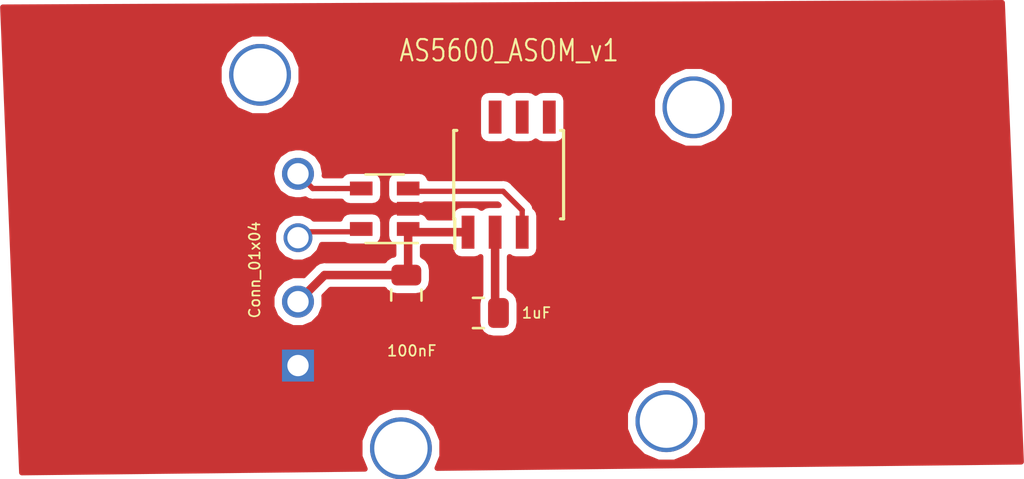
<source format=kicad_pcb>
(kicad_pcb (version 20171130) (host pcbnew "(5.0.0)")

  (general
    (thickness 1.6)
    (drawings 0)
    (tracks 20)
    (zones 0)
    (modules 9)
    (nets 7)
  )

  (page A4)
  (layers
    (0 F.Cu signal)
    (31 B.Cu signal)
    (32 B.Adhes user)
    (33 F.Adhes user)
    (34 B.Paste user)
    (35 F.Paste user)
    (36 B.SilkS user)
    (37 F.SilkS user)
    (38 B.Mask user)
    (39 F.Mask user)
    (40 Dwgs.User user)
    (41 Cmts.User user)
    (42 Eco1.User user)
    (43 Eco2.User user)
    (44 Edge.Cuts user)
    (45 Margin user)
    (46 B.CrtYd user hide)
    (47 F.CrtYd user)
    (48 B.Fab user hide)
    (49 F.Fab user hide)
  )

  (setup
    (last_trace_width 0.4)
    (trace_clearance 0.3)
    (zone_clearance 0.35)
    (zone_45_only no)
    (trace_min 0.2)
    (segment_width 0.2)
    (edge_width 0.1)
    (via_size 0.8)
    (via_drill 0.4)
    (via_min_size 0.4)
    (via_min_drill 0.3)
    (uvia_size 0.3)
    (uvia_drill 0.1)
    (uvias_allowed no)
    (uvia_min_size 0.2)
    (uvia_min_drill 0.1)
    (pcb_text_width 0.3)
    (pcb_text_size 1.5 1.5)
    (mod_edge_width 0.15)
    (mod_text_size 1 1)
    (mod_text_width 0.15)
    (pad_size 1.5 1.5)
    (pad_drill 1)
    (pad_to_mask_clearance 0.2)
    (aux_axis_origin 0 0)
    (grid_origin 152 59)
    (visible_elements 7FFFFFFF)
    (pcbplotparams
      (layerselection 0x010f0_ffffffff)
      (usegerberextensions true)
      (usegerberattributes false)
      (usegerberadvancedattributes false)
      (creategerberjobfile false)
      (excludeedgelayer true)
      (linewidth 0.100000)
      (plotframeref false)
      (viasonmask false)
      (mode 1)
      (useauxorigin false)
      (hpglpennumber 1)
      (hpglpenspeed 20)
      (hpglpendiameter 15.000000)
      (psnegative false)
      (psa4output false)
      (plotreference true)
      (plotvalue true)
      (plotinvisibletext false)
      (padsonsilk false)
      (subtractmaskfromsilk false)
      (outputformat 1)
      (mirror false)
      (drillshape 0)
      (scaleselection 1)
      (outputdirectory "gerber/"))
  )

  (net 0 "")
  (net 1 +5V)
  (net 2 GND)
  (net 3 "Net-(C2-Pad1)")
  (net 4 SDA)
  (net 5 SCL)
  (net 6 ANALOG)

  (net_class Default "This is the default net class."
    (clearance 0.3)
    (trace_width 0.4)
    (via_dia 0.8)
    (via_drill 0.4)
    (uvia_dia 0.3)
    (uvia_drill 0.1)
    (add_net +5V)
    (add_net GND)
    (add_net "Net-(C2-Pad1)")
  )

  (net_class ANALOG ""
    (clearance 0.3)
    (trace_width 0.25)
    (via_dia 0.8)
    (via_drill 0.4)
    (uvia_dia 0.3)
    (uvia_drill 0.1)
    (add_net ANALOG)
    (add_net SCL)
    (add_net SDA)
  )

  (module Capacitor_SMD:C_0805_2012Metric (layer F.Cu) (tedit 5C155EB2) (tstamp 5C97314B)
    (at 167.0645 82.114 180)
    (descr "Capacitor SMD 0805 (2012 Metric), square (rectangular) end terminal, IPC_7351 nominal, (Body size source: https://docs.google.com/spreadsheets/d/1BsfQQcO9C6DZCsRaXUlFlo91Tg2WpOkGARC1WS5S8t0/edit?usp=sharing), generated with kicad-footprint-generator")
    (tags capacitor)
    (path /5C154617)
    (attr smd)
    (fp_text reference C2 (at 7.9625 8.8 -90) (layer F.Fab) hide
      (effects (font (size 1 1) (thickness 0.15)))
    )
    (fp_text value 1uF (at -2.7155 0) (layer F.SilkS)
      (effects (font (size 0.5 0.5) (thickness 0.08)))
    )
    (fp_line (start -1 0.6) (end -1 -0.6) (layer F.Fab) (width 0.1))
    (fp_line (start -1 -0.6) (end 1 -0.6) (layer F.Fab) (width 0.1))
    (fp_line (start 1 -0.6) (end 1 0.6) (layer F.Fab) (width 0.1))
    (fp_line (start 1 0.6) (end -1 0.6) (layer F.Fab) (width 0.1))
    (fp_line (start -0.258578 -0.71) (end 0.258578 -0.71) (layer F.SilkS) (width 0.12))
    (fp_line (start -0.258578 0.71) (end 0.258578 0.71) (layer F.SilkS) (width 0.12))
    (fp_line (start -1.68 0.95) (end -1.68 -0.95) (layer F.CrtYd) (width 0.05))
    (fp_line (start -1.68 -0.95) (end 1.68 -0.95) (layer F.CrtYd) (width 0.05))
    (fp_line (start 1.68 -0.95) (end 1.68 0.95) (layer F.CrtYd) (width 0.05))
    (fp_line (start 1.68 0.95) (end -1.68 0.95) (layer F.CrtYd) (width 0.05))
    (fp_text user %R (at 6.1625 8.8 180) (layer F.Fab) hide
      (effects (font (size 0.5 0.5) (thickness 0.08)))
    )
    (pad 1 smd roundrect (at -0.9375 0 180) (size 0.975 1.4) (layers F.Cu F.Paste F.Mask) (roundrect_rratio 0.25)
      (net 3 "Net-(C2-Pad1)"))
    (pad 2 smd roundrect (at 0.9375 0 180) (size 0.975 1.4) (layers F.Cu F.Paste F.Mask) (roundrect_rratio 0.25)
      (net 2 GND))
    (model ${KISYS3DMOD}/Capacitor_SMD.3dshapes/C_0805_2012Metric.wrl
      (at (xyz 0 0 0))
      (scale (xyz 1 1 1))
      (rotate (xyz 0 0 0))
    )
  )

  (module Capacitor_SMD:C_0805_2012Metric (layer F.Cu) (tedit 5C155EB6) (tstamp 5C973A31)
    (at 163.684 81.2735 270)
    (descr "Capacitor SMD 0805 (2012 Metric), square (rectangular) end terminal, IPC_7351 nominal, (Body size source: https://docs.google.com/spreadsheets/d/1BsfQQcO9C6DZCsRaXUlFlo91Tg2WpOkGARC1WS5S8t0/edit?usp=sharing), generated with kicad-footprint-generator")
    (tags capacitor)
    (path /5C1544B6)
    (attr smd)
    (fp_text reference C1 (at -6.5375 -9.4 270) (layer F.Fab) hide
      (effects (font (size 1 1) (thickness 0.15)))
    )
    (fp_text value 100nF (at 2.6185 -0.254) (layer F.SilkS)
      (effects (font (size 0.5 0.5) (thickness 0.08)))
    )
    (fp_line (start -1 0.6) (end -1 -0.6) (layer F.Fab) (width 0.1))
    (fp_line (start -1 -0.6) (end 1 -0.6) (layer F.Fab) (width 0.1))
    (fp_line (start 1 -0.6) (end 1 0.6) (layer F.Fab) (width 0.1))
    (fp_line (start 1 0.6) (end -1 0.6) (layer F.Fab) (width 0.1))
    (fp_line (start -0.258578 -0.71) (end 0.258578 -0.71) (layer F.SilkS) (width 0.12))
    (fp_line (start -0.258578 0.71) (end 0.258578 0.71) (layer F.SilkS) (width 0.12))
    (fp_line (start -1.68 0.95) (end -1.68 -0.95) (layer F.CrtYd) (width 0.05))
    (fp_line (start -1.68 -0.95) (end 1.68 -0.95) (layer F.CrtYd) (width 0.05))
    (fp_line (start 1.68 -0.95) (end 1.68 0.95) (layer F.CrtYd) (width 0.05))
    (fp_line (start 1.68 0.95) (end -1.68 0.95) (layer F.CrtYd) (width 0.05))
    (fp_text user %R (at -4.4375 -9.3 270) (layer F.Fab) hide
      (effects (font (size 0.5 0.5) (thickness 0.08)))
    )
    (pad 1 smd roundrect (at -0.9375 0 270) (size 0.975 1.4) (layers F.Cu F.Paste F.Mask) (roundrect_rratio 0.25)
      (net 1 +5V))
    (pad 2 smd roundrect (at 0.9375 0 270) (size 0.975 1.4) (layers F.Cu F.Paste F.Mask) (roundrect_rratio 0.25)
      (net 2 GND))
    (model ${KISYS3DMOD}/Capacitor_SMD.3dshapes/C_0805_2012Metric.wrl
      (at (xyz 0 0 0))
      (scale (xyz 1 1 1))
      (rotate (xyz 0 0 0))
    )
  )

  (module Package_SO:SOIC-8_3.9x4.9mm_P1.27mm locked (layer F.Cu) (tedit 5C156682) (tstamp 5C3B5D1F)
    (at 168.48 75.622 90)
    (descr "8-Lead Plastic Small Outline (SN) - Narrow, 3.90 mm Body [SOIC] (see Microchip Packaging Specification 00000049BS.pdf)")
    (tags "SOIC 1.27")
    (path /5C1543A2)
    (attr smd)
    (fp_text reference U1 (at 0 0.02 90) (layer F.SilkS) hide
      (effects (font (size 1 1) (thickness 0.15)))
    )
    (fp_text value AS5600_ASOM_v1 (at 5.822 0.02 180) (layer F.SilkS)
      (effects (font (size 1 0.8) (thickness 0.1)))
    )
    (fp_line (start -2.075 -2.525) (end -3.475 -2.525) (layer F.SilkS) (width 0.15))
    (fp_line (start -2.075 2.575) (end 2.075 2.575) (layer F.SilkS) (width 0.15))
    (fp_line (start -2.075 -2.575) (end 2.075 -2.575) (layer F.SilkS) (width 0.15))
    (fp_line (start -2.075 2.575) (end -2.075 2.43) (layer F.SilkS) (width 0.15))
    (fp_line (start 2.075 2.575) (end 2.075 2.43) (layer F.SilkS) (width 0.15))
    (fp_line (start 2.075 -2.575) (end 2.075 -2.43) (layer F.SilkS) (width 0.15))
    (fp_line (start -2.075 -2.575) (end -2.075 -2.525) (layer F.SilkS) (width 0.15))
    (fp_line (start -3.73 2.7) (end 3.73 2.7) (layer F.CrtYd) (width 0.05))
    (fp_line (start -3.73 -2.7) (end 3.73 -2.7) (layer F.CrtYd) (width 0.05))
    (fp_line (start 3.73 -2.7) (end 3.73 2.7) (layer F.CrtYd) (width 0.05))
    (fp_line (start -3.73 -2.7) (end -3.73 2.7) (layer F.CrtYd) (width 0.05))
    (fp_line (start -1.95 -1.45) (end -0.95 -2.45) (layer F.Fab) (width 0.1))
    (fp_line (start -1.95 2.45) (end -1.95 -1.45) (layer F.Fab) (width 0.1))
    (fp_line (start 1.95 2.45) (end -1.95 2.45) (layer F.Fab) (width 0.1))
    (fp_line (start 1.95 -2.45) (end 1.95 2.45) (layer F.Fab) (width 0.1))
    (fp_line (start -0.95 -2.45) (end 1.95 -2.45) (layer F.Fab) (width 0.1))
    (fp_text user %R (at 0 0 90) (layer F.Fab) hide
      (effects (font (size 1 1) (thickness 0.15)))
    )
    (pad 8 smd rect (at 2.7 -1.905 90) (size 1.55 0.6) (layers F.Cu F.Paste F.Mask)
      (net 2 GND))
    (pad 7 smd rect (at 2.7 -0.635 90) (size 1.55 0.6) (layers F.Cu F.Paste F.Mask))
    (pad 6 smd rect (at 2.7 0.635 90) (size 1.55 0.6) (layers F.Cu F.Paste F.Mask))
    (pad 5 smd rect (at 2.7 1.905 90) (size 1.55 0.6) (layers F.Cu F.Paste F.Mask))
    (pad 4 smd rect (at -2.7 1.905 90) (size 1.55 0.6) (layers F.Cu F.Paste F.Mask)
      (net 2 GND))
    (pad 3 smd rect (at -2.7 0.635 90) (size 1.55 0.6) (layers F.Cu F.Paste F.Mask)
      (net 6 ANALOG))
    (pad 2 smd rect (at -2.7 -0.635 90) (size 1.55 0.6) (layers F.Cu F.Paste F.Mask)
      (net 3 "Net-(C2-Pad1)"))
    (pad 1 smd rect (at -2.7 -1.905 90) (size 1.55 0.6) (layers F.Cu F.Paste F.Mask)
      (net 1 +5V))
    (model ${KISYS3DMOD}/Package_SO.3dshapes/SOIC-8_3.9x4.9mm_P1.27mm.wrl
      (at (xyz 0 0 0))
      (scale (xyz 1 1 1))
      (rotate (xyz 0 0 0))
    )
  )

  (module modular_segment_PCB_footprints:MountingHole_2.5mm_Pad (layer F.Cu) (tedit 5C15519B) (tstamp 5C3B5EED)
    (at 177.146 72.462)
    (descr "Mounting Hole 2.5mm")
    (tags "mounting hole 2.5mm")
    (attr virtual)
    (fp_text reference "2.5mm " (at 0.1 -2.18) (layer F.SilkS) hide
      (effects (font (size 1 1) (thickness 0.15)))
    )
    (fp_text value Hole_TR (at 0 2.34) (layer F.Fab) hide
      (effects (font (size 1 1) (thickness 0.15)))
    )
    (pad "" np_thru_hole circle (at 0 0) (size 2.9 2.9) (drill 2.5) (layers *.Cu *.Mask))
  )

  (module modular_segment_PCB_footprints:MountingHole_2.5mm_Pad (layer F.Cu) (tedit 5C1551A3) (tstamp 5C3B6076)
    (at 156.826 70.938)
    (descr "Mounting Hole 2.5mm")
    (tags "mounting hole 2.5mm")
    (attr virtual)
    (fp_text reference "2.5mm " (at 0.1 -2.18) (layer F.SilkS) hide
      (effects (font (size 1 1) (thickness 0.15)))
    )
    (fp_text value Hole_TL (at 0 2.34) (layer F.Fab) hide
      (effects (font (size 1 1) (thickness 0.15)))
    )
    (pad "" np_thru_hole circle (at 0 0) (size 2.9 2.9) (drill 2.5) (layers *.Cu *.Mask))
  )

  (module modular_segment_PCB_footprints:MountingHole_2.5mm_Pad (layer F.Cu) (tedit 5C15518E) (tstamp 5C3B609F)
    (at 163.43 88.464)
    (descr "Mounting Hole 2.5mm")
    (tags "mounting hole 2.5mm")
    (attr virtual)
    (fp_text reference "2.5mm " (at 0.1 -2.18) (layer F.SilkS) hide
      (effects (font (size 1 1) (thickness 0.15)))
    )
    (fp_text value Hole_BL (at 0 2.34) (layer F.Fab) hide
      (effects (font (size 1 1) (thickness 0.15)))
    )
    (pad "" np_thru_hole circle (at 0 0) (size 2.9 2.9) (drill 2.5) (layers *.Cu *.Mask))
  )

  (module modular_segment_PCB_footprints:MountingHole_2.5mm_Pad (layer F.Cu) (tedit 5C70959B) (tstamp 5C3B5F2B)
    (at 175.876 87.194)
    (descr "Mounting Hole 2.5mm")
    (tags "mounting hole 2.5mm")
    (attr virtual)
    (fp_text reference "2.5mm " (at 0.1 -2.18) (layer F.SilkS) hide
      (effects (font (size 1 1) (thickness 0.15)))
    )
    (fp_text value Hole_BR (at 0 2.34) (layer F.Fab) hide
      (effects (font (size 1 1) (thickness 0.15)))
    )
    (pad "" np_thru_hole circle (at 0 0) (size 2.9 2.9) (drill 2.5) (layers *.Cu *.Mask))
  )

  (module modular_segment_PCB_footprints:EthernetWireConnectors_1x04_P2.00mm_1mmDiam (layer F.Cu) (tedit 5C708E0F) (tstamp 5C97247C)
    (at 158.604 80.082 90)
    (path /5C155E4C)
    (fp_text reference J1 (at 0.05 3.12 90) (layer F.Fab) hide
      (effects (font (size 1 1) (thickness 0.15)))
    )
    (fp_text value Conn_01x04 (at -0.01 -2.032 270) (layer F.SilkS)
      (effects (font (size 0.5 0.5) (thickness 0.08)))
    )
    (fp_line (start -5.5 -1.15) (end -5.5 1.15) (layer F.CrtYd) (width 0.05))
    (fp_line (start 5.500004 -1.15) (end -5.500005 -1.15) (layer F.CrtYd) (width 0.05))
    (fp_line (start 5.5 1.15) (end 5.5 -1.15) (layer F.CrtYd) (width 0.05))
    (fp_line (start -5.500021 1.15) (end 5.5 1.15) (layer F.CrtYd) (width 0.05))
    (pad 4 thru_hole oval (at 4.5 0 180) (size 1.5 1.5) (drill 1) (layers *.Cu *.Mask)
      (net 4 SDA))
    (pad 3 thru_hole circle (at 1.5 0 180) (size 1.35 1.35) (drill 1) (layers *.Cu *.Mask)
      (net 5 SCL))
    (pad 2 thru_hole circle (at -1.5 0 180) (size 1.5 1.5) (drill 1) (layers *.Cu *.Mask)
      (net 1 +5V))
    (pad 1 thru_hole rect (at -4.5 0 180) (size 1.5 1.5) (drill 1) (layers *.Cu *.Mask)
      (net 2 GND))
  )

  (module Package_TO_SOT_SMD:SOT-23-5 (layer F.Cu) (tedit 5C7095EA) (tstamp 5C971A48)
    (at 162.668 77.222 180)
    (descr "5-pin SOT23 package")
    (tags SOT-23-5)
    (path /5C70752F)
    (attr smd)
    (fp_text reference U2 (at 0.17 2.606 180) (layer F.SilkS) hide
      (effects (font (size 1 1) (thickness 0.15)))
    )
    (fp_text value MCP3221 (at 0 2.9 180) (layer F.Fab)
      (effects (font (size 1 1) (thickness 0.15)))
    )
    (fp_text user %R (at 0 0 270) (layer F.Fab)
      (effects (font (size 0.5 0.5) (thickness 0.075)))
    )
    (fp_line (start -0.9 1.61) (end 0.9 1.61) (layer F.SilkS) (width 0.12))
    (fp_line (start 0.9 -1.61) (end -1.55 -1.61) (layer F.SilkS) (width 0.12))
    (fp_line (start -1.9 -1.8) (end 1.9 -1.8) (layer F.CrtYd) (width 0.05))
    (fp_line (start 1.9 -1.8) (end 1.9 1.8) (layer F.CrtYd) (width 0.05))
    (fp_line (start 1.9 1.8) (end -1.9 1.8) (layer F.CrtYd) (width 0.05))
    (fp_line (start -1.9 1.8) (end -1.9 -1.8) (layer F.CrtYd) (width 0.05))
    (fp_line (start -0.9 -0.9) (end -0.25 -1.55) (layer F.Fab) (width 0.1))
    (fp_line (start 0.9 -1.55) (end -0.25 -1.55) (layer F.Fab) (width 0.1))
    (fp_line (start -0.9 -0.9) (end -0.9 1.55) (layer F.Fab) (width 0.1))
    (fp_line (start 0.9 1.55) (end -0.9 1.55) (layer F.Fab) (width 0.1))
    (fp_line (start 0.9 -1.55) (end 0.9 1.55) (layer F.Fab) (width 0.1))
    (pad 1 smd rect (at -1.1 -0.95 180) (size 1.06 0.65) (layers F.Cu F.Paste F.Mask)
      (net 1 +5V))
    (pad 2 smd rect (at -1.1 0 180) (size 1.06 0.65) (layers F.Cu F.Paste F.Mask)
      (net 2 GND))
    (pad 3 smd rect (at -1.1 0.95 180) (size 1.06 0.65) (layers F.Cu F.Paste F.Mask)
      (net 6 ANALOG))
    (pad 4 smd rect (at 1.1 0.95 180) (size 1.06 0.65) (layers F.Cu F.Paste F.Mask)
      (net 4 SDA))
    (pad 5 smd rect (at 1.1 -0.95 180) (size 1.06 0.65) (layers F.Cu F.Paste F.Mask)
      (net 5 SCL))
    (model ${KISYS3DMOD}/Package_TO_SOT_SMD.3dshapes/SOT-23-5.wrl
      (at (xyz 0 0 0))
      (scale (xyz 1 1 1))
      (rotate (xyz 0 0 0))
    )
  )

  (segment (start 163.786 78.322) (end 163.768 78.304) (width 0.25) (layer F.Cu) (net 1))
  (segment (start 163.684 78.256) (end 163.768 78.172) (width 0.4) (layer F.Cu) (net 1))
  (segment (start 163.918 78.322) (end 163.768 78.172) (width 0.4) (layer F.Cu) (net 1))
  (segment (start 166.575 78.322) (end 163.918 78.322) (width 0.4) (layer F.Cu) (net 1))
  (segment (start 158.604 81.582) (end 159.088 81.098) (width 0.4) (layer F.Cu) (net 1))
  (segment (start 159.85 80.336) (end 163.684 80.336) (width 0.4) (layer F.Cu) (net 1))
  (segment (start 158.604 81.582) (end 159.85 80.336) (width 0.4) (layer F.Cu) (net 1))
  (segment (start 163.768 80.252) (end 163.684 80.336) (width 0.4) (layer F.Cu) (net 1))
  (segment (start 163.768 78.172) (end 163.768 80.252) (width 0.4) (layer F.Cu) (net 1))
  (segment (start 167.845 81.957) (end 168.002 82.114) (width 0.4) (layer F.Cu) (net 3))
  (segment (start 167.845 78.322) (end 167.845 81.957) (width 0.4) (layer F.Cu) (net 3))
  (segment (start 160.382 76.272) (end 161.568 76.272) (width 0.25) (layer F.Cu) (net 4))
  (segment (start 158.604 75.582) (end 159.294 76.272) (width 0.25) (layer F.Cu) (net 4))
  (segment (start 159.294 76.272) (end 160.382 76.272) (width 0.25) (layer F.Cu) (net 4))
  (segment (start 161.436 78.304) (end 161.568 78.172) (width 0.25) (layer F.Cu) (net 5))
  (segment (start 158.604 78.582) (end 158.882 78.304) (width 0.25) (layer F.Cu) (net 5))
  (segment (start 158.882 78.304) (end 161.436 78.304) (width 0.25) (layer F.Cu) (net 5))
  (segment (start 168.222 76.404) (end 169.115 77.297) (width 0.25) (layer F.Cu) (net 6))
  (segment (start 163.768 76.404) (end 168.222 76.404) (width 0.25) (layer F.Cu) (net 6))
  (segment (start 169.115 77.297) (end 169.115 78.322) (width 0.25) (layer F.Cu) (net 6))

  (zone (net 2) (net_name GND) (layer F.Cu) (tstamp 5C3C408E) (hatch edge 0.508)
    (connect_pads yes (clearance 0.35))
    (min_thickness 0.254)
    (fill yes (arc_segments 16) (thermal_gap 0.508) (thermal_bridge_width 0.508))
    (polygon
      (pts
        (xy 191.74 67.426) (xy 144.634 67.636) (xy 145.534 89.736) (xy 192.64 89.226)
      )
    )
    (filled_polygon
      (pts
        (xy 192.507707 89.100424) (xy 165.129375 89.39684) (xy 165.357 88.847304) (xy 165.357 88.080696) (xy 165.063632 87.372442)
        (xy 164.521558 86.830368) (xy 164.474066 86.810696) (xy 173.949 86.810696) (xy 173.949 87.577304) (xy 174.242368 88.285558)
        (xy 174.784442 88.827632) (xy 175.492696 89.121) (xy 176.259304 89.121) (xy 176.967558 88.827632) (xy 177.509632 88.285558)
        (xy 177.803 87.577304) (xy 177.803 86.810696) (xy 177.509632 86.102442) (xy 176.967558 85.560368) (xy 176.259304 85.267)
        (xy 175.492696 85.267) (xy 174.784442 85.560368) (xy 174.242368 86.102442) (xy 173.949 86.810696) (xy 164.474066 86.810696)
        (xy 163.813304 86.537) (xy 163.046696 86.537) (xy 162.338442 86.830368) (xy 161.796368 87.372442) (xy 161.503 88.080696)
        (xy 161.503 88.847304) (xy 161.745799 89.433473) (xy 145.655879 89.607673) (xy 145.319103 81.337935) (xy 157.377 81.337935)
        (xy 157.377 81.826065) (xy 157.5638 82.277039) (xy 157.908961 82.6222) (xy 158.359935 82.809) (xy 158.848065 82.809)
        (xy 159.299039 82.6222) (xy 159.6442 82.277039) (xy 159.831 81.826065) (xy 159.831 81.337935) (xy 159.823527 81.319894)
        (xy 160.130422 81.013) (xy 162.656034 81.013) (xy 162.711496 81.096004) (xy 162.948355 81.254269) (xy 163.22775 81.309844)
        (xy 164.14025 81.309844) (xy 164.419645 81.254269) (xy 164.656504 81.096004) (xy 164.814769 80.859145) (xy 164.870344 80.57975)
        (xy 164.870344 80.09225) (xy 164.814769 79.812855) (xy 164.656504 79.575996) (xy 164.445 79.434673) (xy 164.445 78.999)
        (xy 165.788656 78.999) (xy 165.788656 79.097) (xy 165.825677 79.283116) (xy 165.931103 79.440897) (xy 166.088884 79.546323)
        (xy 166.275 79.583344) (xy 166.875 79.583344) (xy 167.061116 79.546323) (xy 167.168 79.474905) (xy 167.168001 81.252237)
        (xy 167.083731 81.378355) (xy 167.028156 81.65775) (xy 167.028156 82.57025) (xy 167.083731 82.849645) (xy 167.241996 83.086504)
        (xy 167.478855 83.244769) (xy 167.75825 83.300344) (xy 168.24575 83.300344) (xy 168.525145 83.244769) (xy 168.762004 83.086504)
        (xy 168.920269 82.849645) (xy 168.975844 82.57025) (xy 168.975844 81.65775) (xy 168.920269 81.378355) (xy 168.762004 81.141496)
        (xy 168.525145 80.983231) (xy 168.522 80.982605) (xy 168.522 79.474905) (xy 168.628884 79.546323) (xy 168.815 79.583344)
        (xy 169.415 79.583344) (xy 169.601116 79.546323) (xy 169.758897 79.440897) (xy 169.864323 79.283116) (xy 169.901344 79.097)
        (xy 169.901344 77.547) (xy 169.864323 77.360884) (xy 169.758897 77.203103) (xy 169.702639 77.165512) (xy 169.682071 77.062112)
        (xy 169.601078 76.940897) (xy 169.582601 76.913244) (xy 169.582599 76.913242) (xy 169.549017 76.862983) (xy 169.498758 76.829401)
        (xy 168.689601 76.020245) (xy 168.656017 75.969983) (xy 168.456888 75.836929) (xy 168.281288 75.802) (xy 168.281283 75.802)
        (xy 168.222 75.790208) (xy 168.162717 75.802) (xy 164.755502 75.802) (xy 164.747323 75.760884) (xy 164.641897 75.603103)
        (xy 164.484116 75.497677) (xy 164.298 75.460656) (xy 163.238 75.460656) (xy 163.051884 75.497677) (xy 162.894103 75.603103)
        (xy 162.788677 75.760884) (xy 162.751656 75.947) (xy 162.751656 76.597) (xy 162.788677 76.783116) (xy 162.894103 76.940897)
        (xy 163.051884 77.046323) (xy 163.238 77.083344) (xy 164.298 77.083344) (xy 164.484116 77.046323) (xy 164.544464 77.006)
        (xy 167.972644 77.006) (xy 168.0273 77.060656) (xy 167.545 77.060656) (xy 167.358884 77.097677) (xy 167.21 77.197158)
        (xy 167.061116 77.097677) (xy 166.875 77.060656) (xy 166.275 77.060656) (xy 166.088884 77.097677) (xy 165.931103 77.203103)
        (xy 165.825677 77.360884) (xy 165.788656 77.547) (xy 165.788656 77.645) (xy 164.73671 77.645) (xy 164.641897 77.503103)
        (xy 164.484116 77.397677) (xy 164.298 77.360656) (xy 163.238 77.360656) (xy 163.051884 77.397677) (xy 162.894103 77.503103)
        (xy 162.788677 77.660884) (xy 162.751656 77.847) (xy 162.751656 78.497) (xy 162.788677 78.683116) (xy 162.894103 78.840897)
        (xy 163.051884 78.946323) (xy 163.091 78.954104) (xy 163.091001 79.389357) (xy 162.948355 79.417731) (xy 162.711496 79.575996)
        (xy 162.656034 79.659) (xy 159.916676 79.659) (xy 159.849999 79.645737) (xy 159.783323 79.659) (xy 159.783322 79.659)
        (xy 159.585848 79.69828) (xy 159.36191 79.84791) (xy 159.324138 79.90444) (xy 158.866106 80.362473) (xy 158.848065 80.355)
        (xy 158.359935 80.355) (xy 157.908961 80.5418) (xy 157.5638 80.886961) (xy 157.377 81.337935) (xy 145.319103 81.337935)
        (xy 145.197539 78.352853) (xy 157.452 78.352853) (xy 157.452 78.811147) (xy 157.627382 79.234556) (xy 157.951444 79.558618)
        (xy 158.374853 79.734) (xy 158.833147 79.734) (xy 159.256556 79.558618) (xy 159.580618 79.234556) (xy 159.716711 78.906)
        (xy 160.791536 78.906) (xy 160.851884 78.946323) (xy 161.038 78.983344) (xy 162.098 78.983344) (xy 162.284116 78.946323)
        (xy 162.441897 78.840897) (xy 162.547323 78.683116) (xy 162.584344 78.497) (xy 162.584344 77.847) (xy 162.547323 77.660884)
        (xy 162.441897 77.503103) (xy 162.284116 77.397677) (xy 162.098 77.360656) (xy 161.038 77.360656) (xy 160.851884 77.397677)
        (xy 160.694103 77.503103) (xy 160.588677 77.660884) (xy 160.580498 77.702) (xy 159.353174 77.702) (xy 159.256556 77.605382)
        (xy 158.833147 77.43) (xy 158.374853 77.43) (xy 157.951444 77.605382) (xy 157.627382 77.929444) (xy 157.452 78.352853)
        (xy 145.197539 78.352853) (xy 145.084698 75.582) (xy 157.352962 75.582) (xy 157.448192 76.060752) (xy 157.719383 76.466617)
        (xy 158.125248 76.737808) (xy 158.483153 76.809) (xy 158.724847 76.809) (xy 158.947751 76.764662) (xy 158.97537 76.783116)
        (xy 159.05911 76.83907) (xy 159.059111 76.83907) (xy 159.059112 76.839071) (xy 159.234712 76.874) (xy 159.234716 76.874)
        (xy 159.293999 76.885792) (xy 159.353282 76.874) (xy 160.649404 76.874) (xy 160.694103 76.940897) (xy 160.851884 77.046323)
        (xy 161.038 77.083344) (xy 162.098 77.083344) (xy 162.284116 77.046323) (xy 162.441897 76.940897) (xy 162.547323 76.783116)
        (xy 162.584344 76.597) (xy 162.584344 75.947) (xy 162.547323 75.760884) (xy 162.441897 75.603103) (xy 162.284116 75.497677)
        (xy 162.098 75.460656) (xy 161.038 75.460656) (xy 160.851884 75.497677) (xy 160.694103 75.603103) (xy 160.649404 75.67)
        (xy 159.837534 75.67) (xy 159.855038 75.582) (xy 159.759808 75.103248) (xy 159.488617 74.697383) (xy 159.082752 74.426192)
        (xy 158.724847 74.355) (xy 158.483153 74.355) (xy 158.125248 74.426192) (xy 157.719383 74.697383) (xy 157.448192 75.103248)
        (xy 157.352962 75.582) (xy 145.084698 75.582) (xy 144.879966 70.554696) (xy 154.899 70.554696) (xy 154.899 71.321304)
        (xy 155.192368 72.029558) (xy 155.734442 72.571632) (xy 156.442696 72.865) (xy 157.209304 72.865) (xy 157.917558 72.571632)
        (xy 158.34219 72.147) (xy 167.058656 72.147) (xy 167.058656 73.697) (xy 167.095677 73.883116) (xy 167.201103 74.040897)
        (xy 167.358884 74.146323) (xy 167.545 74.183344) (xy 168.145 74.183344) (xy 168.331116 74.146323) (xy 168.48 74.046842)
        (xy 168.628884 74.146323) (xy 168.815 74.183344) (xy 169.415 74.183344) (xy 169.601116 74.146323) (xy 169.75 74.046842)
        (xy 169.898884 74.146323) (xy 170.085 74.183344) (xy 170.685 74.183344) (xy 170.871116 74.146323) (xy 171.028897 74.040897)
        (xy 171.134323 73.883116) (xy 171.171344 73.697) (xy 171.171344 72.147) (xy 171.157758 72.078696) (xy 175.219 72.078696)
        (xy 175.219 72.845304) (xy 175.512368 73.553558) (xy 176.054442 74.095632) (xy 176.762696 74.389) (xy 177.529304 74.389)
        (xy 178.237558 74.095632) (xy 178.779632 73.553558) (xy 179.073 72.845304) (xy 179.073 72.078696) (xy 178.779632 71.370442)
        (xy 178.237558 70.828368) (xy 177.529304 70.535) (xy 176.762696 70.535) (xy 176.054442 70.828368) (xy 175.512368 71.370442)
        (xy 175.219 72.078696) (xy 171.157758 72.078696) (xy 171.134323 71.960884) (xy 171.028897 71.803103) (xy 170.871116 71.697677)
        (xy 170.685 71.660656) (xy 170.085 71.660656) (xy 169.898884 71.697677) (xy 169.75 71.797158) (xy 169.601116 71.697677)
        (xy 169.415 71.660656) (xy 168.815 71.660656) (xy 168.628884 71.697677) (xy 168.48 71.797158) (xy 168.331116 71.697677)
        (xy 168.145 71.660656) (xy 167.545 71.660656) (xy 167.358884 71.697677) (xy 167.201103 71.803103) (xy 167.095677 71.960884)
        (xy 167.058656 72.147) (xy 158.34219 72.147) (xy 158.459632 72.029558) (xy 158.753 71.321304) (xy 158.753 70.554696)
        (xy 158.459632 69.846442) (xy 157.917558 69.304368) (xy 157.209304 69.011) (xy 156.442696 69.011) (xy 155.734442 69.304368)
        (xy 155.192368 69.846442) (xy 154.899 70.554696) (xy 144.879966 70.554696) (xy 144.766253 67.762412) (xy 191.618157 67.553545)
      )
    )
  )
)

</source>
